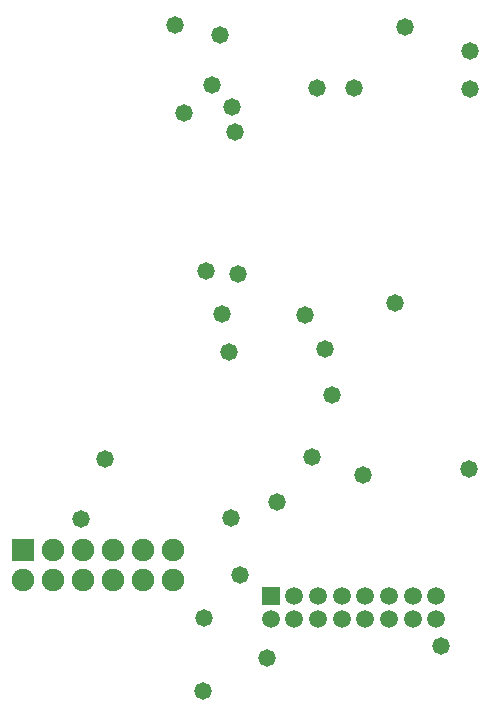
<source format=gbr>
G04*
G04 #@! TF.GenerationSoftware,Altium Limited,Altium Designer,25.4.2 (15)*
G04*
G04 Layer_Color=16711935*
%FSLAX44Y44*%
%MOMM*%
G71*
G04*
G04 #@! TF.SameCoordinates,7F9F24B7-B9C1-45AF-9387-6EDD806BED2B*
G04*
G04*
G04 #@! TF.FilePolarity,Negative*
G04*
G01*
G75*
%ADD37C,1.5032*%
%ADD38R,1.5032X1.5032*%
%ADD39R,1.9032X1.9032*%
%ADD40C,1.9032*%
%ADD41C,1.4732*%
D37*
X462910Y130810D02*
D03*
X442910D02*
D03*
X422910D02*
D03*
X402910D02*
D03*
X382910D02*
D03*
X362910D02*
D03*
X342910Y130810D02*
D03*
X322910Y130810D02*
D03*
X462910Y150810D02*
D03*
X442910Y150810D02*
D03*
X422910Y150810D02*
D03*
X402910D02*
D03*
X382910D02*
D03*
X362910D02*
D03*
X342910D02*
D03*
D38*
X322910D02*
D03*
D39*
X113030Y189230D02*
D03*
D40*
X138430Y189230D02*
D03*
X163830Y189230D02*
D03*
X189230Y189230D02*
D03*
X214630D02*
D03*
X240030Y189230D02*
D03*
X113030Y163830D02*
D03*
X138430Y163830D02*
D03*
X163830Y163830D02*
D03*
X189230D02*
D03*
X214630Y163830D02*
D03*
X240030Y163830D02*
D03*
D41*
X351700Y388340D02*
D03*
X369000Y360000D02*
D03*
X328420Y230530D02*
D03*
X265640Y70060D02*
D03*
X266320Y132180D02*
D03*
X289240Y216590D02*
D03*
X296680Y168260D02*
D03*
X491260Y580330D02*
D03*
X362300Y580380D02*
D03*
X491738Y612089D02*
D03*
X393390Y580570D02*
D03*
X292620Y543820D02*
D03*
X287450Y357170D02*
D03*
X162320Y216140D02*
D03*
X280150Y625900D02*
D03*
X289990Y564880D02*
D03*
X249430Y559890D02*
D03*
X273370Y583440D02*
D03*
X436670Y632070D02*
D03*
X374970Y320510D02*
D03*
X281750Y389460D02*
D03*
X490940Y257800D02*
D03*
X427990Y398780D02*
D03*
X182894Y266432D02*
D03*
X268000Y426000D02*
D03*
X295000Y423000D02*
D03*
X242000Y634000D02*
D03*
X467000Y108000D02*
D03*
X320000Y98000D02*
D03*
X401000Y253000D02*
D03*
X357400Y268720D02*
D03*
M02*

</source>
